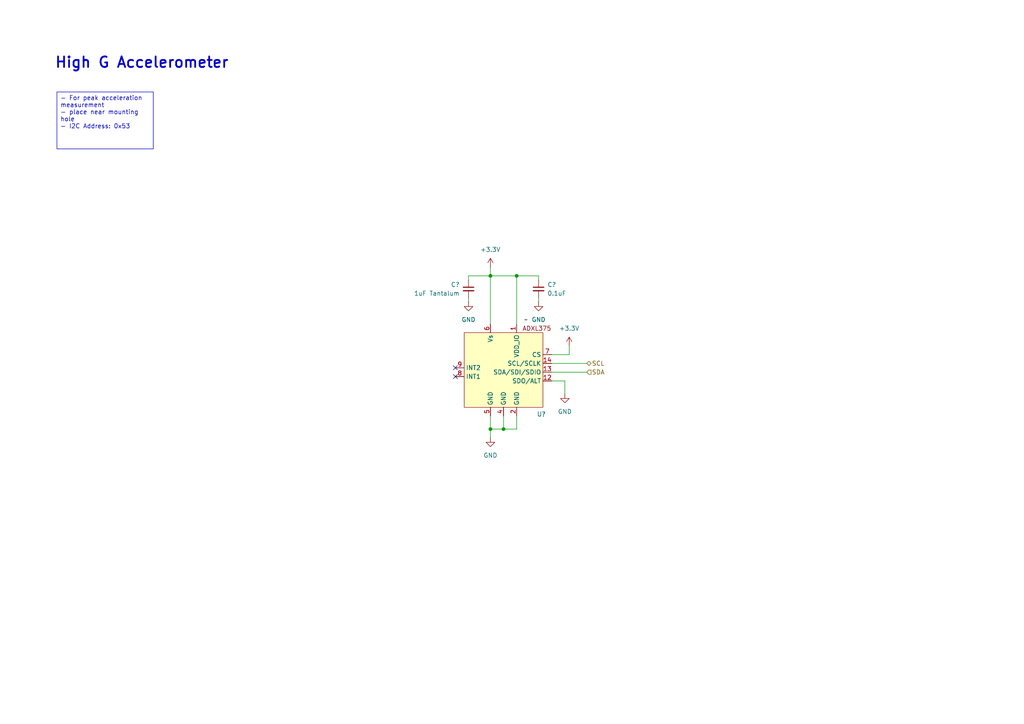
<source format=kicad_sch>
(kicad_sch (version 20250114) (generator "eeschema") (generator_version "9.0")
  (paper "A4")
  (title_block (title "200G Accelerometer ADXL375") (date "2025-08-19") (rev "1") (company "Brian Glen"))
  (lib_symbols
    (symbol "Device:C_Small" (pin_numbers (hide yes)) (pin_names (offset 0.254) (hide yes))
      (property "Reference" "C" (at 0.254 1.778 0))
      (property "Value" "C_Small" (at 0.254 -2.032 0))
      (symbol "C_Small_0_1"
        (polyline (pts (xy -1.524 0.508) (xy 1.524 0.508)) (stroke (width 0.3048)))
        (polyline (pts (xy -1.524 -0.508) (xy 1.524 -0.508)) (stroke (width 0.3302)))
      )
      (symbol "C_Small_1_1"
        (pin passive line (at 0 2.54 270) (length 2.032) (name "~") (number "1"))
        (pin passive line (at 0 -2.54 90) (length 2.032) (name "~") (number "2"))
      )
    )
    (symbol "power:+3.3V" (power) (pin_numbers (hide yes)) (pin_names (offset 0) (hide yes))
      (property "Value" "+3.3V" (at 0 3.556 0))
      (symbol "+3.3V_0_1"
        (polyline (pts (xy -0.762 1.27) (xy 0 2.54)))
        (polyline (pts (xy 0 2.54) (xy 0.762 1.27)))
        (polyline (pts (xy 0 0) (xy 0 2.54)))
      )
      (symbol "+3.3V_1_1"
        (pin power_in line (at 0 0 90) (length 0) (name "~") (number "1"))
      )
    )
    (symbol "power:GND" (power) (pin_numbers (hide yes)) (pin_names (offset 0) (hide yes))
      (property "Value" "GND" (at 0 -3.81 0))
      (symbol "GND_0_1"
        (polyline (pts (xy 0 0) (xy 0 -1.27) (xy 1.27 -1.27) (xy 0 -2.54) (xy -1.27 -1.27) (xy 0 -1.27)))
      )
      (symbol "GND_1_1"
        (pin power_in line (at 0 0 270) (length 0) (name "~") (number "1"))
      )
    )
    (symbol "rocket_datalogger:ADXL375"
      (property "Reference" "U" (at 8.89 -11.43 0))
      (property "Value" "ADCL375" (at 0 0 0))
      (symbol "ADXL375_0_0"
        (pin output line (at -13.97 1.27 0) (length 2.54) (name "INT2") (number "9"))
        (pin output line (at -13.97 -1.27 0) (length 2.54) (name "INT1") (number "8"))
        (pin power_in line (at -3.81 13.97 270) (length 2.54) (name "Vs") (number "6"))
        (pin power_out line (at -3.81 -12.7 90) (length 2.54) (name "GND") (number "5"))
        (pin power_out line (at 0 -12.7 90) (length 2.54) (name "GND") (number "4"))
        (pin power_in line (at 3.81 13.97 270) (length 2.54) (name "VDD_IO") (number "1"))
        (pin power_out line (at 3.81 -12.7 90) (length 2.54) (name "GND") (number "2"))
        (pin input line (at 13.97 5.08 180) (length 2.54) (name "CS") (number "7"))
        (pin bidirectional line (at 13.97 2.54 180) (length 2.54) (name "SCL/SCLK") (number "14"))
        (pin bidirectional line (at 13.97 0 180) (length 2.54) (name "SDA/SDI/SDIO") (number "13"))
        (pin bidirectional line (at 13.97 -2.54 180) (length 2.54) (name "SDO/ALT") (number "12"))
      )
      (symbol "ADXL375_1_0"
        (pin no_connect line (at -13.97 6.35 0) (length 2.54) (hide yes) (name "RESERVED") (number "11"))
        (pin no_connect line (at -13.97 -3.81 0) (length 2.54) (hide yes) (name "Reserved") (number "3"))
        (pin no_connect line (at -12.7 3.81 0) (length 2.54) (hide yes) (name "NC") (number "10"))
      )
      (symbol "ADXL375_1_1"
        (rectangle (start -11.43 11.43) (end 11.43 -10.16) (fill (type background)))
        (text "ADXL375" (at 9.652 12.7 0) (effects (font (size 1.27 1.27))))
      )
    )
  )
  (text "High G Accelerometer" (at 41.148 18.288 0) (effects (font (size 3.048 3.048) (thickness 0.508) (bold yes))))
  (text_box "- For peak acceleration measurement\n- place near mounting hole\n- I2C Address: 0x53" (at 16.51 26.67 0) (size 27.94 16.51) (margins 0.9525 0.9525 0.9525 0.9525) (effects (font (size 1.27 1.27)) (justify left top)))
  (junction (at 142.24 80.01))
  (junction (at 146.05 124.46))
  (junction (at 149.86 80.01))
  (junction (at 142.24 124.46))
  (no_connect (at 132.08 109.22))
  (no_connect (at 132.08 106.68))
  (wire (pts (xy 142.24 124.46) (xy 146.05 124.46)))
  (wire (pts (xy 163.83 114.3) (xy 163.83 110.49)))
  (wire (pts (xy 146.05 124.46) (xy 146.05 120.65)))
  (wire (pts (xy 135.89 80.01) (xy 142.24 80.01)))
  (wire (pts (xy 142.24 124.46) (xy 142.24 127)))
  (wire (pts (xy 156.21 81.28) (xy 156.21 80.01)))
  (wire (pts (xy 149.86 124.46) (xy 149.86 120.65)))
  (wire (pts (xy 160.02 107.95) (xy 170.18 107.95)))
  (wire (pts (xy 156.21 86.36) (xy 156.21 87.63)))
  (wire (pts (xy 142.24 80.01) (xy 142.24 93.98)))
  (wire (pts (xy 142.24 120.65) (xy 142.24 124.46)))
  (wire (pts (xy 165.1 100.33) (xy 165.1 102.87)))
  (wire (pts (xy 135.89 86.36) (xy 135.89 87.63)))
  (wire (pts (xy 156.21 80.01) (xy 149.86 80.01)))
  (wire (pts (xy 160.02 102.87) (xy 165.1 102.87)))
  (wire (pts (xy 163.83 110.49) (xy 160.02 110.49)))
  (wire (pts (xy 135.89 81.28) (xy 135.89 80.01)))
  (wire (pts (xy 142.24 77.47) (xy 142.24 80.01)))
  (wire (pts (xy 149.86 80.01) (xy 142.24 80.01)))
  (wire (pts (xy 146.05 124.46) (xy 149.86 124.46)))
  (wire (pts (xy 149.86 80.01) (xy 149.86 93.98)))
  (wire (pts (xy 160.02 105.41) (xy 170.18 105.41)))
  (hierarchical_label "SCL" (shape bidirectional) (at 170.18 105.41 0))
  (hierarchical_label "SDA" (shape input) (at 170.18 107.95 0))
  (symbol (lib_id "power:GND") (at 163.83 114.3 0) (unit 1)
    (property "Reference" "#PWR?" (effects (hide yes)))
    (property "Value" "GND" (at 163.83 119.38 0))
    (property "Description" "Power symbol creates a global label with name \"GND\" , ground" (effects (hide yes)))
  )
  (symbol (lib_id "power:GND") (at 135.89 87.63 0) (unit 1)
    (property "Reference" "#PWR?" (effects (hide yes)))
    (property "Value" "GND" (at 135.89 92.71 0))
    (property "Description" "Power symbol creates a global label with name \"GND\" , ground" (effects (hide yes)))
  )
  (symbol (lib_id "Device:C_Small") (at 156.21 83.82 0) (mirror y) (unit 1)
    (property "Reference" "C?" (at 158.75 82.5562 0) (effects (justify right)))
    (property "Value" "0.1uF" (at 158.75 85.0962 0) (effects (justify right)))
    (property "Footprint" "Capacitor_SMD:C_0603_1608Metric" (effects (hide yes)))
    (property "Description" "Unpolarized capacitor, small symbol" (effects (hide yes)))
  )
  (symbol (lib_id "power:+3.3V") (at 165.1 100.33 0) (unit 1)
    (property "Reference" "#PWR?" (effects (hide yes)))
    (property "Value" "+3.3V" (at 165.1 95.25 0))
    (property "Description" "Power symbol creates a global label with name \"+3.3V\"" (effects (hide yes)))
  )
  (symbol (lib_id "power:GND") (at 142.24 127 0) (unit 1)
    (property "Reference" "#PWR?" (effects (hide yes)))
    (property "Value" "GND" (at 142.24 132.08 0))
    (property "Description" "Power symbol creates a global label with name \"GND\" , ground" (effects (hide yes)))
  )
  (symbol (lib_id "Device:C_Small") (at 135.89 83.82 0) (unit 1)
    (property "Reference" "C?" (at 133.35 82.5562 0) (effects (justify right)))
    (property "Value" "1uF Tantalum" (at 133.35 85.0962 0) (effects (justify right)))
    (property "Footprint" "Capacitor_SMD:C_0603_1608Metric" (effects (hide yes)))
    (property "Description" "Unpolarized capacitor, small symbol" (effects (hide yes)))
  )
  (symbol (lib_id "power:+3.3V") (at 142.24 77.47 0) (unit 1)
    (property "Reference" "#PWR?" (effects (hide yes)))
    (property "Value" "+3.3V" (at 142.24 72.39 0))
    (property "Description" "Power symbol creates a global label with name \"+3.3V\"" (effects (hide yes)))
  )
  (symbol (lib_id "power:GND") (at 156.21 87.63 0) (mirror y) (unit 1)
    (property "Reference" "#PWR?" (effects (hide yes)))
    (property "Value" "GND" (at 156.21 92.71 0))
    (property "Description" "Power symbol creates a global label with name \"GND\" , ground" (effects (hide yes)))
  )
  (symbol (lib_id "rocket_datalogger:ADXL375") (at 146.05 107.95 0) (unit 1)
    (property "Reference" "U?" (at 155.702 120.142 0) (effects (justify left)))
    (property "Value" "~" (at 152.0033 92.71 0) (effects (justify left)))
    (property "Footprint" "Package_LGA:LGA-14_3x5mm_P0.8mm_LayoutBorder1x6y" (effects (hide yes)))
  )
)
</source>
